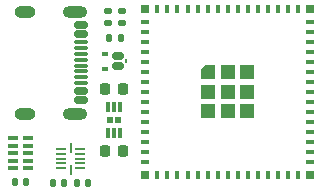
<source format=gbr>
%TF.GenerationSoftware,KiCad,Pcbnew,8.0.4*%
%TF.CreationDate,2024-07-26T12:29:51+01:00*%
%TF.ProjectId,beeb_wifiport,62656562-5f77-4696-9669-706f72742e6b,rev?*%
%TF.SameCoordinates,Original*%
%TF.FileFunction,Paste,Top*%
%TF.FilePolarity,Positive*%
%FSLAX46Y46*%
G04 Gerber Fmt 4.6, Leading zero omitted, Abs format (unit mm)*
G04 Created by KiCad (PCBNEW 8.0.4) date 2024-07-26 12:29:51*
%MOMM*%
%LPD*%
G01*
G04 APERTURE LIST*
G04 Aperture macros list*
%AMRoundRect*
0 Rectangle with rounded corners*
0 $1 Rounding radius*
0 $2 $3 $4 $5 $6 $7 $8 $9 X,Y pos of 4 corners*
0 Add a 4 corners polygon primitive as box body*
4,1,4,$2,$3,$4,$5,$6,$7,$8,$9,$2,$3,0*
0 Add four circle primitives for the rounded corners*
1,1,$1+$1,$2,$3*
1,1,$1+$1,$4,$5*
1,1,$1+$1,$6,$7*
1,1,$1+$1,$8,$9*
0 Add four rect primitives between the rounded corners*
20,1,$1+$1,$2,$3,$4,$5,0*
20,1,$1+$1,$4,$5,$6,$7,0*
20,1,$1+$1,$6,$7,$8,$9,0*
20,1,$1+$1,$8,$9,$2,$3,0*%
%AMOutline5P*
0 Free polygon, 5 corners , with rotation*
0 The origin of the aperture is its center*
0 number of corners: always 5*
0 $1 to $10 corner X, Y*
0 $11 Rotation angle, in degrees counterclockwise*
0 create outline with 5 corners*
4,1,5,$1,$2,$3,$4,$5,$6,$7,$8,$9,$10,$1,$2,$11*%
%AMOutline6P*
0 Free polygon, 6 corners , with rotation*
0 The origin of the aperture is its center*
0 number of corners: always 6*
0 $1 to $12 corner X, Y*
0 $13 Rotation angle, in degrees counterclockwise*
0 create outline with 6 corners*
4,1,6,$1,$2,$3,$4,$5,$6,$7,$8,$9,$10,$11,$12,$1,$2,$13*%
%AMOutline7P*
0 Free polygon, 7 corners , with rotation*
0 The origin of the aperture is its center*
0 number of corners: always 7*
0 $1 to $14 corner X, Y*
0 $15 Rotation angle, in degrees counterclockwise*
0 create outline with 7 corners*
4,1,7,$1,$2,$3,$4,$5,$6,$7,$8,$9,$10,$11,$12,$13,$14,$1,$2,$15*%
%AMOutline8P*
0 Free polygon, 8 corners , with rotation*
0 The origin of the aperture is its center*
0 number of corners: always 8*
0 $1 to $16 corner X, Y*
0 $17 Rotation angle, in degrees counterclockwise*
0 create outline with 8 corners*
4,1,8,$1,$2,$3,$4,$5,$6,$7,$8,$9,$10,$11,$12,$13,$14,$15,$16,$1,$2,$17*%
G04 Aperture macros list end*
%ADD10RoundRect,0.225000X-0.225000X-0.250000X0.225000X-0.250000X0.225000X0.250000X-0.225000X0.250000X0*%
%ADD11RoundRect,0.140000X0.140000X0.170000X-0.140000X0.170000X-0.140000X-0.170000X0.140000X-0.170000X0*%
%ADD12R,0.900000X0.350000*%
%ADD13RoundRect,0.140000X-0.140000X-0.170000X0.140000X-0.170000X0.140000X0.170000X-0.140000X0.170000X0*%
%ADD14R,0.800000X0.400000*%
%ADD15R,0.400000X0.800000*%
%ADD16Outline5P,-0.600000X0.204000X-0.204000X0.600000X0.600000X0.600000X0.600000X-0.600000X-0.600000X-0.600000X0.000000*%
%ADD17R,1.200000X1.200000*%
%ADD18R,0.800000X0.800000*%
%ADD19RoundRect,0.225000X0.225000X0.250000X-0.225000X0.250000X-0.225000X-0.250000X0.225000X-0.250000X0*%
%ADD20RoundRect,0.135000X0.185000X-0.135000X0.185000X0.135000X-0.185000X0.135000X-0.185000X-0.135000X0*%
%ADD21R,0.560000X0.500000*%
%ADD22R,0.350000X0.850000*%
%ADD23R,0.863600X0.203200*%
%ADD24R,0.203200X0.863600*%
%ADD25RoundRect,0.135000X-0.185000X0.135000X-0.185000X-0.135000X0.185000X-0.135000X0.185000X0.135000X0*%
%ADD26RoundRect,0.150000X-0.425000X0.150000X-0.425000X-0.150000X0.425000X-0.150000X0.425000X0.150000X0*%
%ADD27RoundRect,0.075000X-0.500000X0.075000X-0.500000X-0.075000X0.500000X-0.075000X0.500000X0.075000X0*%
%ADD28O,2.100000X1.000000*%
%ADD29O,1.800000X1.000000*%
%ADD30RoundRect,0.160000X0.325000X-0.160000X0.325000X0.160000X-0.325000X0.160000X-0.325000X-0.160000X0*%
%ADD31RoundRect,0.100000X-0.150000X-0.100000X0.150000X-0.100000X0.150000X0.100000X-0.150000X0.100000X0*%
%ADD32R,0.250000X0.400000*%
G04 APERTURE END LIST*
D10*
%TO.C,C1*%
X145375000Y-99050000D03*
X146925000Y-99050000D03*
%TD*%
D11*
%TO.C,C5*%
X141930000Y-107000000D03*
X140970000Y-107000000D03*
%TD*%
%TO.C,C3*%
X146680000Y-94700000D03*
X145720000Y-94700000D03*
%TD*%
D12*
%TO.C,RN1*%
X137575000Y-103220000D03*
X138825000Y-105780000D03*
X138825000Y-103220000D03*
X137575000Y-103860000D03*
X138825000Y-103860000D03*
X137575000Y-104500000D03*
X138825000Y-104500000D03*
X137575000Y-105140000D03*
X138825000Y-105140000D03*
X137575000Y-105780000D03*
%TD*%
D13*
%TO.C,C4*%
X137720000Y-106950000D03*
X138680000Y-106950000D03*
%TD*%
D14*
%TO.C,U1*%
X148750000Y-93350000D03*
X148750000Y-94200000D03*
X148750000Y-95050000D03*
X148750000Y-95900000D03*
X148750000Y-96750000D03*
X148750000Y-97600000D03*
X148750000Y-98450000D03*
X148750000Y-99300000D03*
X148750000Y-100150000D03*
X148750000Y-101000000D03*
X148750000Y-101850000D03*
X148750000Y-102700000D03*
X148750000Y-103550000D03*
X148750000Y-104400000D03*
X148750000Y-105250000D03*
D15*
X149800000Y-106300000D03*
X150650000Y-106300000D03*
X151500000Y-106300000D03*
X152350000Y-106300000D03*
X153200000Y-106300000D03*
X154050000Y-106300000D03*
X154900000Y-106300000D03*
X155750000Y-106300000D03*
X156600000Y-106300000D03*
X157450000Y-106300000D03*
X158300000Y-106300000D03*
X159150000Y-106300000D03*
X160000000Y-106300000D03*
X160850000Y-106300000D03*
X161700000Y-106300000D03*
D14*
X162750000Y-105250000D03*
X162750000Y-104400000D03*
X162750000Y-103550000D03*
X162750000Y-102700000D03*
X162750000Y-101850000D03*
X162750000Y-101000000D03*
X162750000Y-100150000D03*
X162750000Y-99300000D03*
X162750000Y-98450000D03*
X162750000Y-97600000D03*
X162750000Y-96750000D03*
X162750000Y-95900000D03*
X162750000Y-95050000D03*
X162750000Y-94200000D03*
X162750000Y-93350000D03*
D15*
X161700000Y-92300000D03*
X160850000Y-92300000D03*
X160000000Y-92300000D03*
X159150000Y-92300000D03*
X158300000Y-92300000D03*
X157450000Y-92300000D03*
X156600000Y-92300000D03*
X155750000Y-92300000D03*
X154900000Y-92300000D03*
X154050000Y-92300000D03*
X153200000Y-92300000D03*
X152350000Y-92300000D03*
X151500000Y-92300000D03*
X150650000Y-92300000D03*
X149800000Y-92300000D03*
D16*
X154100000Y-97650000D03*
D17*
X154100000Y-99300000D03*
X154100000Y-100950000D03*
X155750000Y-97650000D03*
X155750000Y-99300000D03*
X155750000Y-100950000D03*
X157400000Y-97650000D03*
X157400000Y-99300000D03*
X157400000Y-100950000D03*
D18*
X148750000Y-92300000D03*
X148750000Y-106300000D03*
X162750000Y-106300000D03*
X162750000Y-92300000D03*
%TD*%
D19*
%TO.C,C2*%
X146925000Y-104350000D03*
X145375000Y-104350000D03*
%TD*%
D20*
%TO.C,R1*%
X145600000Y-93460000D03*
X145600000Y-92440000D03*
%TD*%
D21*
%TO.C,U3*%
X145795000Y-101675000D03*
X146505000Y-101675000D03*
D22*
X145650000Y-102750000D03*
X146150000Y-102750000D03*
X146650000Y-102750000D03*
X146650000Y-100600000D03*
X146150000Y-100600000D03*
X145650000Y-100600000D03*
%TD*%
D23*
%TO.C,U4*%
X143224700Y-105750001D03*
X143224700Y-105349999D03*
X143224700Y-104950000D03*
X143224700Y-104550001D03*
X143224700Y-104149999D03*
D24*
X142450000Y-104022900D03*
D23*
X141675300Y-104149999D03*
X141675300Y-104550001D03*
X141675300Y-104950000D03*
X141675300Y-105349999D03*
X141675300Y-105750001D03*
D24*
X142450000Y-105877100D03*
%TD*%
D13*
%TO.C,C6*%
X142970000Y-107000000D03*
X143930000Y-107000000D03*
%TD*%
D25*
%TO.C,R2*%
X146805000Y-92440000D03*
X146805000Y-93460000D03*
%TD*%
D26*
%TO.C,J2*%
X143367496Y-93623818D03*
X143367496Y-94423818D03*
D27*
X143367496Y-95573818D03*
X143367496Y-96573818D03*
X143367496Y-97073818D03*
X143367496Y-98073818D03*
D26*
X143367496Y-99223818D03*
X143367496Y-100023818D03*
X143367496Y-100023818D03*
X143367496Y-99223818D03*
D27*
X143367496Y-98573818D03*
X143367496Y-97573818D03*
X143367496Y-96073818D03*
X143367496Y-95073818D03*
D26*
X143367496Y-94423818D03*
X143367496Y-93623818D03*
D28*
X142792496Y-92503818D03*
D29*
X138612496Y-92503818D03*
D28*
X142792496Y-101143818D03*
D29*
X138612496Y-101143818D03*
%TD*%
D30*
%TO.C,D1*%
X146435608Y-96305000D03*
X146435608Y-97105000D03*
D31*
X145385608Y-96075000D03*
X145385608Y-97375000D03*
D32*
X147110608Y-96725000D03*
%TD*%
M02*

</source>
